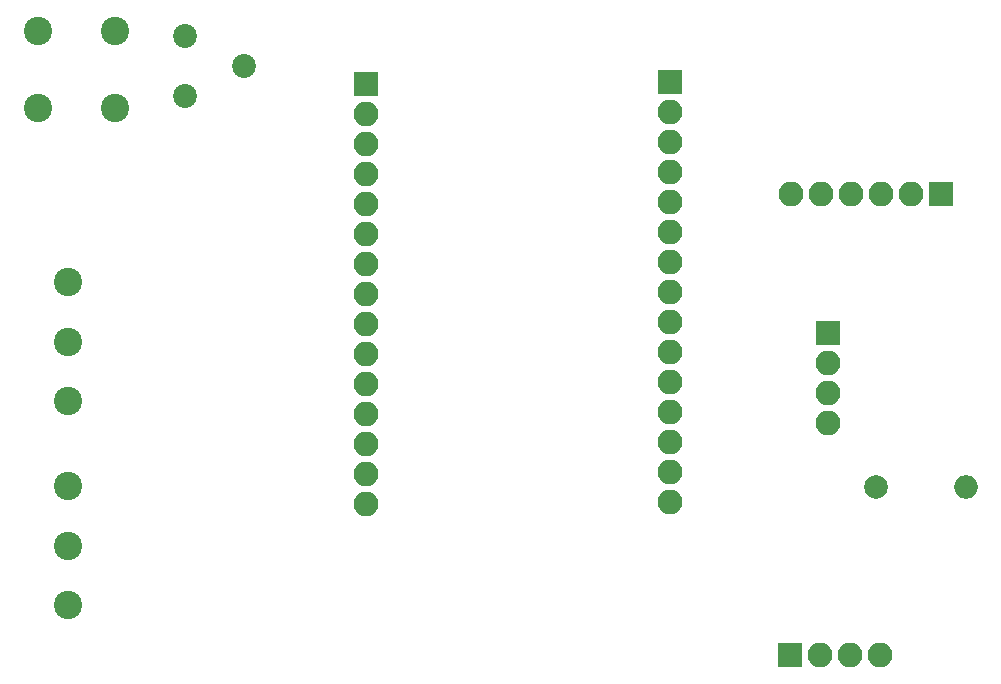
<source format=gbr>
G04 #@! TF.FileFunction,Soldermask,Bot*
%FSLAX46Y46*%
G04 Gerber Fmt 4.6, Leading zero omitted, Abs format (unit mm)*
G04 Created by KiCad (PCBNEW 4.0.7) date 01/13/18 10:07:04*
%MOMM*%
%LPD*%
G01*
G04 APERTURE LIST*
%ADD10C,0.100000*%
%ADD11C,2.400000*%
%ADD12R,2.100000X2.100000*%
%ADD13O,2.100000X2.100000*%
%ADD14C,2.000000*%
%ADD15O,2.000000X2.000000*%
%ADD16C,2.020000*%
G04 APERTURE END LIST*
D10*
D11*
X92225000Y-74676000D03*
X85725000Y-74676000D03*
X92225000Y-68176000D03*
X85725000Y-68176000D03*
X88265000Y-116760000D03*
X88265000Y-111760000D03*
X88265000Y-106760000D03*
D12*
X162206000Y-81978500D03*
D13*
X159666000Y-81978500D03*
X157126000Y-81978500D03*
X154586000Y-81978500D03*
X152046000Y-81978500D03*
X149506000Y-81978500D03*
D11*
X88265000Y-99488000D03*
X88265000Y-94488000D03*
X88265000Y-89488000D03*
D12*
X152594500Y-93790000D03*
D13*
X152594500Y-96330000D03*
X152594500Y-98870000D03*
X152594500Y-101410000D03*
D12*
X149369200Y-121056400D03*
D13*
X151909200Y-121056400D03*
X154449200Y-121056400D03*
X156989200Y-121056400D03*
X139210000Y-108113000D03*
X139210000Y-105573000D03*
X139210000Y-103033000D03*
X139210000Y-100493000D03*
X139210000Y-97953000D03*
X139210000Y-95413000D03*
X139210000Y-92873000D03*
X139210000Y-90333000D03*
X139210000Y-87793000D03*
X139210000Y-85253000D03*
X139210000Y-82713000D03*
X139210000Y-80173000D03*
X139210000Y-77633000D03*
X139210000Y-75093000D03*
D12*
X139210000Y-72553000D03*
X139210000Y-72553000D03*
D13*
X139210000Y-75093000D03*
X139210000Y-77633000D03*
X139210000Y-80173000D03*
X139210000Y-82713000D03*
X139210000Y-85253000D03*
X139210000Y-87793000D03*
X139210000Y-90333000D03*
X139210000Y-92873000D03*
X139210000Y-95413000D03*
X139210000Y-97953000D03*
X139210000Y-100493000D03*
X139210000Y-103033000D03*
X139210000Y-105573000D03*
X139210000Y-108113000D03*
X113510000Y-108213000D03*
X113510000Y-105673000D03*
X113510000Y-103133000D03*
X113510000Y-100593000D03*
X113510000Y-98053000D03*
X113510000Y-95513000D03*
X113510000Y-92973000D03*
X113510000Y-90433000D03*
X113510000Y-87893000D03*
X113510000Y-85353000D03*
X113510000Y-82813000D03*
X113510000Y-80273000D03*
X113510000Y-77733000D03*
X113510000Y-75193000D03*
D12*
X113510000Y-72653000D03*
X113510000Y-72653000D03*
D13*
X113510000Y-75193000D03*
X113510000Y-77733000D03*
X113510000Y-80273000D03*
X113510000Y-82813000D03*
X113510000Y-85353000D03*
X113510000Y-87893000D03*
X113510000Y-90433000D03*
X113510000Y-92973000D03*
X113510000Y-95513000D03*
X113510000Y-98053000D03*
X113510000Y-100593000D03*
X113510000Y-103133000D03*
X113510000Y-105673000D03*
X113510000Y-108213000D03*
D14*
X156654500Y-106807000D03*
D15*
X164274500Y-106807000D03*
D16*
X98171000Y-68660000D03*
X103171000Y-71160000D03*
X98171000Y-73660000D03*
M02*

</source>
